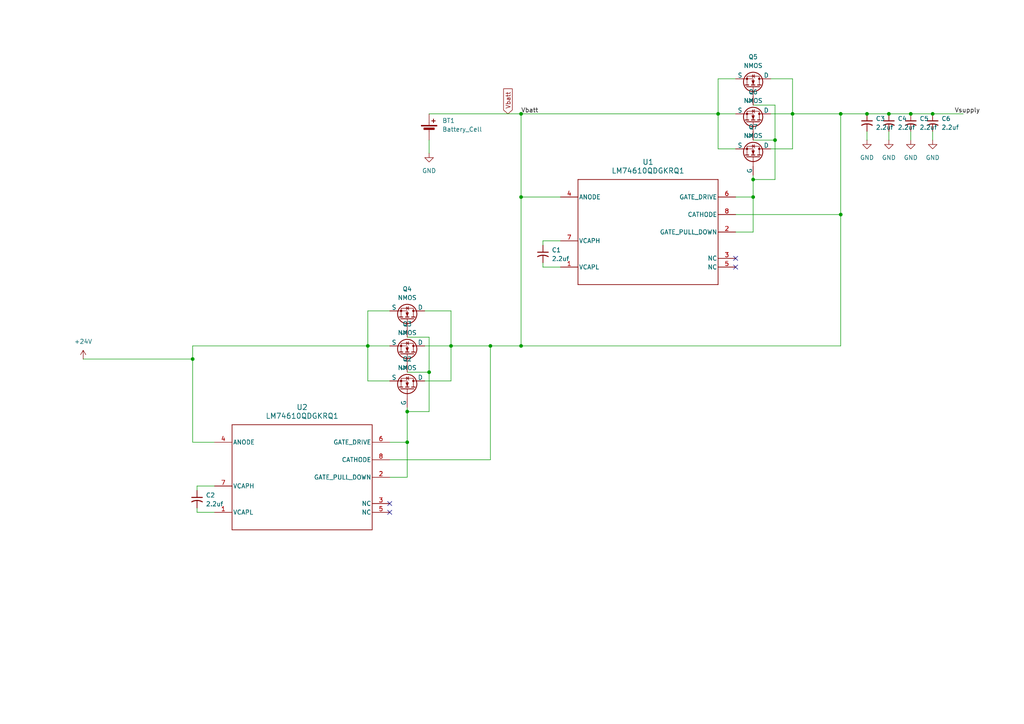
<source format=kicad_sch>
(kicad_sch (version 20250114) (generator "eeschema") (generator_version "9.0")
  (paper "A4")
  (lib_symbols
    (symbol "Device:Battery_Cell" (pin_numbers (hide yes)) (pin_names (offset 0) (hide yes))
      (property "Reference" "BT" (at 2.54 2.54 0))
      (property "Value" "Battery_Cell" (at 2.54 0 0))
      (symbol "Battery_Cell_0_1"
        (rectangle (start -2.286 1.778) (end 2.286 1.524) (fill (type outline)))
        (rectangle (start -1.524 1.016) (end 1.524 0.508) (fill (type outline)))
        (polyline (pts (xy 0 1.778) (xy 0 2.54)))
        (polyline (pts (xy 0 0.762) (xy 0 0)))
        (polyline (pts (xy 0.762 3.048) (xy 1.778 3.048)) (stroke (width 0.254)))
        (polyline (pts (xy 1.27 3.556) (xy 1.27 2.54)) (stroke (width 0.254)))
      )
      (symbol "Battery_Cell_1_1"
        (pin passive line (at 0 5.08 270) (length 2.54) (name "+") (number "1"))
        (pin passive line (at 0 -2.54 90) (length 2.54) (name "-") (number "2"))
      )
    )
    (symbol "Device:C_Small_US" (pin_numbers (hide yes)) (pin_names (offset 0.254) (hide yes))
      (property "Reference" "C" (at 0.254 1.778 0))
      (property "Value" "C_Small_US" (at 0.254 -2.032 0))
      (symbol "C_Small_US_0_1"
        (polyline (pts (xy -1.524 0.508) (xy 1.524 0.508)) (stroke (width 0.3048)))
        (arc (start -1.524 -0.762) (mid 0 -0.3734) (end 1.524 -0.762) (stroke (width 0.3048)))
      )
      (symbol "C_Small_US_1_1"
        (pin passive line (at 0 2.54 270) (length 2.032) (name "~") (number "1"))
        (pin passive line (at 0 -2.54 90) (length 2.032) (name "~") (number "2"))
      )
    )
    (symbol "LM74610:LM74610QDGKRQ1" (pin_names (offset 0.254))
      (property "Reference" "U" (at 0 2.54 0))
      (property "Value" "LM74610QDGKRQ1" (at 0 0 0))
      (symbol "LM74610QDGKRQ1_0_1"
        (polyline (pts (xy -20.32 15.24) (xy -20.32 -15.24)) (stroke (width 0.2032)))
        (polyline (pts (xy -20.32 -15.24) (xy 20.32 -15.24)) (stroke (width 0.2032)))
        (polyline (pts (xy 20.32 15.24) (xy -20.32 15.24)) (stroke (width 0.2032)))
        (polyline (pts (xy 20.32 -15.24) (xy 20.32 15.24)) (stroke (width 0.2032)))
        (pin power_in line (at -25.4 10.16 0) (length 5.08) (name "ANODE") (number "4"))
        (pin unspecified line (at -25.4 -2.54 0) (length 5.08) (name "VCAPH") (number "7"))
        (pin unspecified line (at -25.4 -10.16 0) (length 5.08) (name "VCAPL") (number "1"))
        (pin output line (at 25.4 10.16 180) (length 5.08) (name "GATE_DRIVE") (number "6"))
        (pin output line (at 25.4 5.08 180) (length 5.08) (name "CATHODE") (number "8"))
        (pin unspecified line (at 25.4 0 180) (length 5.08) (name "GATE_PULL_DOWN") (number "2"))
        (pin unspecified line (at 25.4 -7.62 180) (length 5.08) (name "NC") (number "3"))
        (pin unspecified line (at 25.4 -10.16 180) (length 5.08) (name "NC") (number "5"))
      )
    )
    (symbol "Simulation_SPICE:NMOS" (pin_numbers (hide yes)) (pin_names (offset 0))
      (property "Reference" "Q" (at 5.08 1.27 0))
      (property "Value" "NMOS" (at 5.08 -1.27 0))
      (symbol "NMOS_0_1"
        (polyline (pts (xy 0.254 1.905) (xy 0.254 -1.905)) (stroke (width 0.254)))
        (polyline (pts (xy 0.254 0) (xy -2.54 0)))
        (polyline (pts (xy 0.762 2.286) (xy 0.762 1.27)) (stroke (width 0.254)))
        (polyline (pts (xy 0.762 0.508) (xy 0.762 -0.508)) (stroke (width 0.254)))
        (polyline (pts (xy 0.762 -1.27) (xy 0.762 -2.286)) (stroke (width 0.254)))
        (polyline (pts (xy 0.762 -1.778) (xy 3.302 -1.778) (xy 3.302 1.778) (xy 0.762 1.778)))
        (polyline (pts (xy 1.016 0) (xy 2.032 0.381) (xy 2.032 -0.381) (xy 1.016 0)) (fill (type outline)))
        (circle (center 1.651 0) (radius 2.794) (stroke (width 0.254)))
        (polyline (pts (xy 2.54 2.54) (xy 2.54 1.778)))
        (circle (center 2.54 1.778) (radius 0.254) (fill (type outline)))
        (circle (center 2.54 -1.778) (radius 0.254) (fill (type outline)))
        (polyline (pts (xy 2.54 -2.54) (xy 2.54 0) (xy 0.762 0)))
        (polyline (pts (xy 2.794 0.508) (xy 2.921 0.381) (xy 3.683 0.381) (xy 3.81 0.254)))
        (polyline (pts (xy 3.302 0.381) (xy 2.921 -0.254) (xy 3.683 -0.254) (xy 3.302 0.381)))
      )
      (symbol "NMOS_1_1"
        (pin input line (at -5.08 0 0) (length 2.54) (name "G") (number "2"))
        (pin passive line (at 2.54 5.08 270) (length 2.54) (name "D") (number "1"))
        (pin passive line (at 2.54 -5.08 90) (length 2.54) (name "S") (number "3"))
      )
    )
    (symbol "power:+24V" (power) (pin_numbers (hide yes)) (pin_names (offset 0) (hide yes))
      (property "Value" "+24V" (at 0 3.556 0))
      (symbol "+24V_0_1"
        (polyline (pts (xy -0.762 1.27) (xy 0 2.54)))
        (polyline (pts (xy 0 2.54) (xy 0.762 1.27)))
        (polyline (pts (xy 0 0) (xy 0 2.54)))
      )
      (symbol "+24V_1_1"
        (pin power_in line (at 0 0 90) (length 0) (name "~") (number "1"))
      )
    )
    (symbol "power:GND" (power) (pin_numbers (hide yes)) (pin_names (offset 0) (hide yes))
      (property "Value" "GND" (at 0 -3.81 0))
      (symbol "GND_0_1"
        (polyline (pts (xy 0 0) (xy 0 -1.27) (xy 1.27 -1.27) (xy 0 -2.54) (xy -1.27 -1.27) (xy 0 -1.27)))
      )
      (symbol "GND_1_1"
        (pin power_in line (at 0 0 270) (length 0) (name "~") (number "1"))
      )
    )
  )
  (junction (at 151.13 57.15))
  (junction (at 229.87 33.02))
  (junction (at 142.24 100.33))
  (junction (at 151.13 33.02))
  (junction (at 218.44 52.07))
  (junction (at 257.81 33.02))
  (junction (at 224.79 40.64))
  (junction (at 218.44 57.15))
  (junction (at 243.84 33.02))
  (junction (at 251.46 33.02))
  (junction (at 208.28 33.02))
  (junction (at 130.81 100.33))
  (junction (at 270.51 33.02))
  (junction (at 151.13 100.33))
  (junction (at 264.16 33.02))
  (junction (at 118.11 128.27))
  (junction (at 243.84 62.23))
  (junction (at 118.11 119.38))
  (junction (at 55.88 104.14))
  (junction (at 106.68 100.33))
  (junction (at 124.46 107.95))
  (no_connect (at 113.03 148.59))
  (no_connect (at 213.36 77.47))
  (no_connect (at 113.03 146.05))
  (no_connect (at 213.36 74.93))
  (wire (pts (xy 24.13 104.14) (xy 55.88 104.14)))
  (wire (pts (xy 118.11 118.11) (xy 118.11 119.38)))
  (wire (pts (xy 224.79 40.64) (xy 224.79 52.07)))
  (wire (pts (xy 151.13 33.02) (xy 208.28 33.02)))
  (wire (pts (xy 251.46 33.02) (xy 257.81 33.02)))
  (wire (pts (xy 124.46 119.38) (xy 118.11 119.38)))
  (wire (pts (xy 229.87 22.86) (xy 229.87 33.02)))
  (wire (pts (xy 57.15 148.59) (xy 62.23 148.59)))
  (wire (pts (xy 157.48 77.47) (xy 162.56 77.47)))
  (wire (pts (xy 113.03 128.27) (xy 118.11 128.27)))
  (wire (pts (xy 151.13 100.33) (xy 243.84 100.33)))
  (wire (pts (xy 162.56 69.85) (xy 157.48 69.85)))
  (wire (pts (xy 118.11 128.27) (xy 118.11 138.43)))
  (wire (pts (xy 130.81 90.17) (xy 130.81 100.33)))
  (wire (pts (xy 229.87 33.02) (xy 243.84 33.02)))
  (wire (pts (xy 142.24 100.33) (xy 142.24 133.35)))
  (wire (pts (xy 257.81 33.02) (xy 264.16 33.02)))
  (wire (pts (xy 218.44 40.64) (xy 224.79 40.64)))
  (wire (pts (xy 130.81 100.33) (xy 130.81 110.49)))
  (wire (pts (xy 113.03 138.43) (xy 118.11 138.43)))
  (wire (pts (xy 151.13 57.15) (xy 162.56 57.15)))
  (wire (pts (xy 218.44 57.15) (xy 218.44 67.31)))
  (wire (pts (xy 118.11 119.38) (xy 118.11 128.27)))
  (wire (pts (xy 218.44 52.07) (xy 218.44 57.15)))
  (wire (pts (xy 57.15 147.32) (xy 57.15 148.59)))
  (wire (pts (xy 270.51 38.1) (xy 270.51 40.64)))
  (wire (pts (xy 229.87 33.02) (xy 229.87 43.18)))
  (wire (pts (xy 264.16 33.02) (xy 270.51 33.02)))
  (wire (pts (xy 229.87 33.02) (xy 223.52 33.02)))
  (wire (pts (xy 118.11 97.79) (xy 124.46 97.79)))
  (wire (pts (xy 213.36 67.31) (xy 218.44 67.31)))
  (wire (pts (xy 208.28 22.86) (xy 208.28 33.02)))
  (wire (pts (xy 243.84 100.33) (xy 243.84 62.23)))
  (wire (pts (xy 218.44 57.15) (xy 213.36 57.15)))
  (wire (pts (xy 130.81 110.49) (xy 123.19 110.49)))
  (wire (pts (xy 208.28 33.02) (xy 208.28 43.18)))
  (wire (pts (xy 213.36 62.23) (xy 243.84 62.23)))
  (wire (pts (xy 208.28 33.02) (xy 213.36 33.02)))
  (wire (pts (xy 55.88 104.14) (xy 55.88 128.27)))
  (wire (pts (xy 130.81 100.33) (xy 142.24 100.33)))
  (wire (pts (xy 218.44 30.48) (xy 224.79 30.48)))
  (wire (pts (xy 224.79 30.48) (xy 224.79 40.64)))
  (wire (pts (xy 57.15 140.97) (xy 57.15 142.24)))
  (wire (pts (xy 123.19 100.33) (xy 130.81 100.33)))
  (wire (pts (xy 113.03 133.35) (xy 142.24 133.35)))
  (wire (pts (xy 151.13 57.15) (xy 151.13 100.33)))
  (wire (pts (xy 157.48 69.85) (xy 157.48 71.12)))
  (wire (pts (xy 257.81 38.1) (xy 257.81 40.64)))
  (wire (pts (xy 62.23 128.27) (xy 55.88 128.27)))
  (wire (pts (xy 124.46 33.02) (xy 151.13 33.02)))
  (wire (pts (xy 251.46 38.1) (xy 251.46 40.64)))
  (wire (pts (xy 106.68 100.33) (xy 106.68 110.49)))
  (wire (pts (xy 229.87 43.18) (xy 223.52 43.18)))
  (wire (pts (xy 62.23 140.97) (xy 57.15 140.97)))
  (wire (pts (xy 157.48 76.2) (xy 157.48 77.47)))
  (wire (pts (xy 208.28 22.86) (xy 213.36 22.86)))
  (wire (pts (xy 264.16 38.1) (xy 264.16 40.64)))
  (wire (pts (xy 142.24 100.33) (xy 151.13 100.33)))
  (wire (pts (xy 106.68 90.17) (xy 113.03 90.17)))
  (wire (pts (xy 55.88 100.33) (xy 106.68 100.33)))
  (wire (pts (xy 106.68 110.49) (xy 113.03 110.49)))
  (wire (pts (xy 218.44 50.8) (xy 218.44 52.07)))
  (wire (pts (xy 224.79 52.07) (xy 218.44 52.07)))
  (wire (pts (xy 130.81 90.17) (xy 123.19 90.17)))
  (wire (pts (xy 124.46 40.64) (xy 124.46 44.45)))
  (wire (pts (xy 243.84 33.02) (xy 251.46 33.02)))
  (wire (pts (xy 124.46 107.95) (xy 124.46 119.38)))
  (wire (pts (xy 243.84 33.02) (xy 243.84 62.23)))
  (wire (pts (xy 55.88 104.14) (xy 55.88 100.33)))
  (wire (pts (xy 270.51 33.02) (xy 279.4 33.02)))
  (wire (pts (xy 208.28 43.18) (xy 213.36 43.18)))
  (wire (pts (xy 118.11 107.95) (xy 124.46 107.95)))
  (wire (pts (xy 151.13 33.02) (xy 151.13 57.15)))
  (wire (pts (xy 229.87 22.86) (xy 223.52 22.86)))
  (wire (pts (xy 106.68 90.17) (xy 106.68 100.33)))
  (wire (pts (xy 106.68 100.33) (xy 113.03 100.33)))
  (wire (pts (xy 124.46 97.79) (xy 124.46 107.95)))
  (label "Vbatt" (at 151.13 33.02 0))
  (label "Vsupply" (at 276.86 33.02 0))
  (global_label "Vbatt" (shape input) (at 147.32 33.02 90) (property "Intersheetrefs" "${INTERSHEET_REFS}" (effects (hide yes))))
  (symbol (lib_id "Simulation_SPICE:NMOS") (at 218.44 35.56 270) (mirror x) (unit 1)
    (property "Reference" "Q6" (at 218.44 26.67 90))
    (property "Value" "NMOS" (at 218.44 29.21 90))
    (property "Datasheet" "https://ngspice.sourceforge.io/docs/ngspice-html-manual/manual.xhtml#cha_MOSFETs" (effects (hide yes)))
    (property "Description" "N-MOSFET transistor, drain/source/gate" (effects (hide yes)))
    (property "Sim.Device" "NMOS" (effects (hide yes)))
    (property "Sim.Type" "VDMOS" (effects (hide yes)))
    (property "Sim.Pins" "1=D 2=G 3=S" (effects (hide yes)))
  )
  (symbol (lib_id "LM74610:LM74610QDGKRQ1") (at 187.96 67.31 0) (unit 1)
    (property "Reference" "U1" (at 187.96 46.99 0) (effects (font (size 1.524 1.524))))
    (property "Value" "LM74610QDGKRQ1" (at 187.96 49.53 0) (effects (font (size 1.524 1.524))))
    (property "Footprint" "DGK0008A_N" (effects (hide yes)))
    (property "Datasheet" "https://www.ti.com/lit/gpn/lm74610-q1" (effects (hide yes)))
  )
  (symbol (lib_id "power:GND") (at 270.51 40.64 0) (unit 1)
    (property "Reference" "#PWR06" (effects (hide yes)))
    (property "Value" "GND" (at 270.51 45.72 0))
    (property "Description" "Power symbol creates a global label with name \"GND\" , ground" (effects (hide yes)))
  )
  (symbol (lib_id "Simulation_SPICE:NMOS") (at 118.11 102.87 270) (mirror x) (unit 1)
    (property "Reference" "Q3" (at 118.11 93.98 90))
    (property "Value" "NMOS" (at 118.11 96.52 90))
    (property "Datasheet" "https://ngspice.sourceforge.io/docs/ngspice-html-manual/manual.xhtml#cha_MOSFETs" (effects (hide yes)))
    (property "Description" "N-MOSFET transistor, drain/source/gate" (effects (hide yes)))
    (property "Sim.Device" "NMOS" (effects (hide yes)))
    (property "Sim.Type" "VDMOS" (effects (hide yes)))
    (property "Sim.Pins" "1=D 2=G 3=S" (effects (hide yes)))
  )
  (symbol (lib_id "Device:C_Small_US") (at 251.46 35.56 0) (unit 1)
    (property "Reference" "C3" (at 254 34.4169 0) (effects (justify left)))
    (property "Value" "2.2uf" (at 254 36.9569 0) (effects (justify left)))
    (property "Description" "capacitor, small US symbol" (effects (hide yes)))
  )
  (symbol (lib_id "Device:C_Small_US") (at 257.81 35.56 0) (unit 1)
    (property "Reference" "C4" (at 260.35 34.4169 0) (effects (justify left)))
    (property "Value" "2.2uf" (at 260.35 36.9569 0) (effects (justify left)))
    (property "Description" "capacitor, small US symbol" (effects (hide yes)))
  )
  (symbol (lib_id "Device:C_Small_US") (at 57.15 144.78 0) (unit 1)
    (property "Reference" "C2" (at 59.69 143.6369 0) (effects (justify left)))
    (property "Value" "2.2uf" (at 59.69 146.1769 0) (effects (justify left)))
    (property "Description" "capacitor, small US symbol" (effects (hide yes)))
  )
  (symbol (lib_id "power:GND") (at 124.46 44.45 0) (unit 1)
    (property "Reference" "#PWR01" (effects (hide yes)))
    (property "Value" "GND" (at 124.46 49.53 0))
    (property "Description" "Power symbol creates a global label with name \"GND\" , ground" (effects (hide yes)))
  )
  (symbol (lib_id "Simulation_SPICE:NMOS") (at 218.44 45.72 270) (mirror x) (unit 1)
    (property "Reference" "Q7" (at 218.44 36.83 90))
    (property "Value" "NMOS" (at 218.44 39.37 90))
    (property "Datasheet" "https://ngspice.sourceforge.io/docs/ngspice-html-manual/manual.xhtml#cha_MOSFETs" (effects (hide yes)))
    (property "Description" "N-MOSFET transistor, drain/source/gate" (effects (hide yes)))
    (property "Sim.Device" "NMOS" (effects (hide yes)))
    (property "Sim.Type" "VDMOS" (effects (hide yes)))
    (property "Sim.Pins" "1=D 2=G 3=S" (effects (hide yes)))
  )
  (symbol (lib_id "power:GND") (at 264.16 40.64 0) (unit 1)
    (property "Reference" "#PWR05" (effects (hide yes)))
    (property "Value" "GND" (at 264.16 45.72 0))
    (property "Description" "Power symbol creates a global label with name \"GND\" , ground" (effects (hide yes)))
  )
  (symbol (lib_id "Device:Battery_Cell") (at 124.46 38.1 0) (unit 1)
    (property "Reference" "BT1" (at 128.27 34.9884 0) (effects (justify left)))
    (property "Value" "Battery_Cell" (at 128.27 37.5284 0) (effects (justify left)))
    (property "Description" "Single-cell battery" (effects (hide yes)))
  )
  (symbol (lib_id "power:GND") (at 257.81 40.64 0) (unit 1)
    (property "Reference" "#PWR04" (effects (hide yes)))
    (property "Value" "GND" (at 257.81 45.72 0))
    (property "Description" "Power symbol creates a global label with name \"GND\" , ground" (effects (hide yes)))
  )
  (symbol (lib_id "power:+24V") (at 24.13 104.14 0) (unit 1)
    (property "Reference" "#PWR02" (effects (hide yes)))
    (property "Value" "+24V" (at 24.13 99.06 0))
    (property "Description" "Power symbol creates a global label with name \"+24V\"" (effects (hide yes)))
  )
  (symbol (lib_id "Simulation_SPICE:NMOS") (at 218.44 25.4 270) (mirror x) (unit 1)
    (property "Reference" "Q5" (at 218.44 16.51 90))
    (property "Value" "NMOS" (at 218.44 19.05 90))
    (property "Datasheet" "https://ngspice.sourceforge.io/docs/ngspice-html-manual/manual.xhtml#cha_MOSFETs" (effects (hide yes)))
    (property "Description" "N-MOSFET transistor, drain/source/gate" (effects (hide yes)))
    (property "Sim.Device" "NMOS" (effects (hide yes)))
    (property "Sim.Type" "VDMOS" (effects (hide yes)))
    (property "Sim.Pins" "1=D 2=G 3=S" (effects (hide yes)))
  )
  (symbol (lib_id "Simulation_SPICE:NMOS") (at 118.11 92.71 270) (mirror x) (unit 1)
    (property "Reference" "Q4" (at 118.11 83.82 90))
    (property "Value" "NMOS" (at 118.11 86.36 90))
    (property "Datasheet" "https://ngspice.sourceforge.io/docs/ngspice-html-manual/manual.xhtml#cha_MOSFETs" (effects (hide yes)))
    (property "Description" "N-MOSFET transistor, drain/source/gate" (effects (hide yes)))
    (property "Sim.Device" "NMOS" (effects (hide yes)))
    (property "Sim.Type" "VDMOS" (effects (hide yes)))
    (property "Sim.Pins" "1=D 2=G 3=S" (effects (hide yes)))
  )
  (symbol (lib_id "LM74610:LM74610QDGKRQ1") (at 87.63 138.43 0) (unit 1)
    (property "Reference" "U2" (at 87.63 118.11 0) (effects (font (size 1.524 1.524))))
    (property "Value" "LM74610QDGKRQ1" (at 87.63 120.65 0) (effects (font (size 1.524 1.524))))
    (property "Footprint" "DGK0008A_N" (effects (hide yes)))
    (property "Datasheet" "https://www.ti.com/lit/gpn/lm74610-q1" (effects (hide yes)))
  )
  (symbol (lib_id "Device:C_Small_US") (at 157.48 73.66 0) (unit 1)
    (property "Reference" "C1" (at 160.02 72.5169 0) (effects (justify left)))
    (property "Value" "2.2uf" (at 160.02 75.0569 0) (effects (justify left)))
    (property "Description" "capacitor, small US symbol" (effects (hide yes)))
  )
  (symbol (lib_id "Simulation_SPICE:NMOS") (at 118.11 113.03 270) (mirror x) (unit 1)
    (property "Reference" "Q2" (at 118.11 104.14 90))
    (property "Value" "NMOS" (at 118.11 106.68 90))
    (property "Datasheet" "https://ngspice.sourceforge.io/docs/ngspice-html-manual/manual.xhtml#cha_MOSFETs" (effects (hide yes)))
    (property "Description" "N-MOSFET transistor, drain/source/gate" (effects (hide yes)))
    (property "Sim.Device" "NMOS" (effects (hide yes)))
    (property "Sim.Type" "VDMOS" (effects (hide yes)))
    (property "Sim.Pins" "1=D 2=G 3=S" (effects (hide yes)))
  )
  (symbol (lib_id "Device:C_Small_US") (at 270.51 35.56 0) (unit 1)
    (property "Reference" "C6" (at 273.05 34.4169 0) (effects (justify left)))
    (property "Value" "2.2uf" (at 273.05 36.9569 0) (effects (justify left)))
    (property "Description" "capacitor, small US symbol" (effects (hide yes)))
  )
  (symbol (lib_id "Device:C_Small_US") (at 264.16 35.56 0) (unit 1)
    (property "Reference" "C5" (at 266.7 34.4169 0) (effects (justify left)))
    (property "Value" "2.2uf" (at 266.7 36.9569 0) (effects (justify left)))
    (property "Description" "capacitor, small US symbol" (effects (hide yes)))
  )
  (symbol (lib_id "power:GND") (at 251.46 40.64 0) (unit 1)
    (property "Reference" "#PWR03" (effects (hide yes)))
    (property "Value" "GND" (at 251.46 45.72 0))
    (property "Description" "Power symbol creates a global label with name \"GND\" , ground" (effects (hide yes)))
  )
)
</source>
